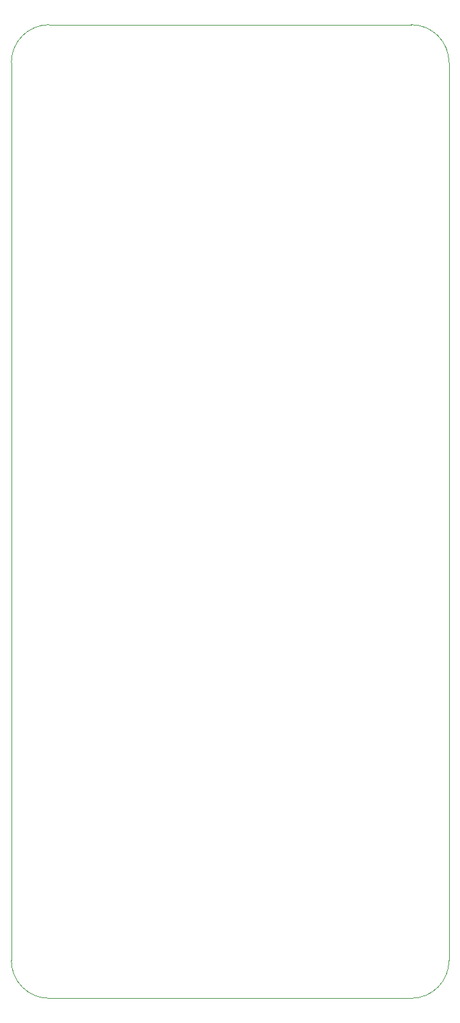
<source format=gbr>
G04 #@! TF.GenerationSoftware,KiCad,Pcbnew,(5.0.1-34-g9610f8f20)*
G04 #@! TF.CreationDate,2018-11-14T14:45:20-08:00*
G04 #@! TF.ProjectId,OutputExtension,4f757470-7574-4457-9874-656e73696f6e,rev?*
G04 #@! TF.SameCoordinates,Original*
G04 #@! TF.FileFunction,Profile,NP*
%FSLAX46Y46*%
G04 Gerber Fmt 4.6, Leading zero omitted, Abs format (unit mm)*
G04 Created by KiCad (PCBNEW (5.0.1-34-g9610f8f20)) date Wed 14 Nov 2018 02:45:20 PM PST*
%MOMM*%
%LPD*%
G01*
G04 APERTURE LIST*
%ADD10C,0.100000*%
G04 APERTURE END LIST*
D10*
X83000000Y-170000000D02*
G75*
G02X78000000Y-165000000I0J5000000D01*
G01*
X136000000Y-165000000D02*
G75*
G02X131000000Y-170000000I-5000000J0D01*
G01*
X131000000Y-41000000D02*
G75*
G02X136000000Y-46000000I0J-5000000D01*
G01*
X78000000Y-46000000D02*
G75*
G02X83000000Y-41000000I5000000J0D01*
G01*
X136000000Y-46000000D02*
X136000000Y-165000000D01*
X83000000Y-41000000D02*
X131000000Y-41000000D01*
X78000000Y-165000000D02*
X78000000Y-46000000D01*
X131000000Y-170000000D02*
X83000000Y-170000000D01*
M02*

</source>
